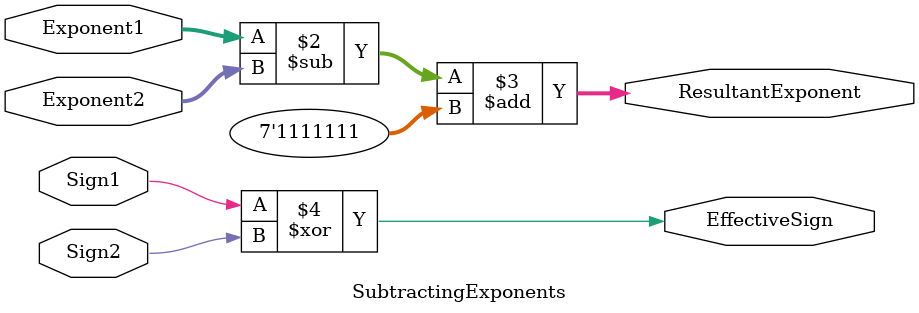
<source format=v>
module SubtractingExponents (
    input  wire [7:0] Exponent1,
    input  wire [7:0] Exponent2,
    input  wire       Sign1,
    input  wire       Sign2,
    output reg  [9:0] ResultantExponent,
    output wire       EffectiveSign
);

always @(*) begin
    ResultantExponent = Exponent1 - Exponent2 + 7'd127;
end
assign EffectiveSign = Sign1 ^ Sign2;

endmodule
</source>
